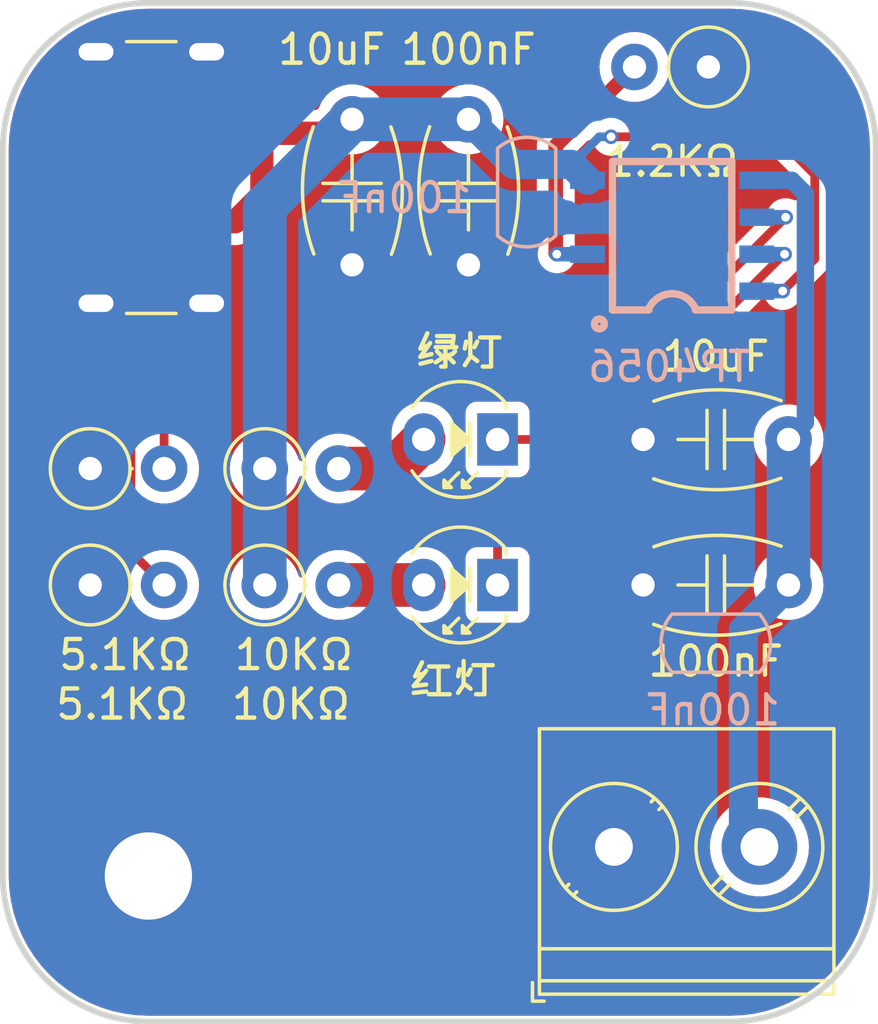
<source format=kicad_pcb>
(kicad_pcb (version 20240108) (generator "pcbnew") (generator_version "8.0")
  (layers (0 "F.Cu" signal) (31 "B.Cu" signal) (34 "B.Paste" user) (35 "F.Paste" user) (36 "B.SilkS" user "B.Silkscreen") (37 "F.SilkS" user "F.Silkscreen") (38 "B.Mask" user) (39 "F.Mask" user) (44 "Edge.Cuts" user))
  (net 0 "")
  (net 1 "GND")
  (net 2 "BAT")
  (net 3 "VCC")
  (net 4 "Net-(LED1-K)")
  (net 5 "Net-(LED1-A)")
  (net 6 "Net-(LED2-A)")
  (net 7 "Net-(LED2-K)")
  (net 8 "Net-(U1-PROG)")
  (net 9 "Net-(USB1-CC2)")
  (net 10 "Net-(USB1-CC1)")
  (footprint "PCM_LED_THT_AKL:LED_D3.0mm" (layer "F.Cu") (at 117 120 180)
    (property "Reference" "LED1" (hide yes))
    (property "Value" "红灯" (at 1.5 -3.3 0) (layer "F.SilkS"))
    (fp_line (start 1.3335 -1.143) (end 1.8415 -1.651) (stroke (width 0.12)) (layer "F.SilkS"))
    (fp_line (start 0.9525 -0.5715) (end 0.9525 0.5715) (stroke (width 0.12)) (layer "F.SilkS"))
    (fp_line (start 0.6985 -1.143) (end 1.2065 -1.651) (stroke (width 0.12)) (layer "F.SilkS"))
    (fp_line (start -0.29 1.05) (end -0.29 1.236) (stroke (width 0.12)) (layer "F.SilkS"))
    (fp_line (start -0.29 -1.236) (end -0.29 -1.05) (stroke (width 0.12)) (layer "F.SilkS"))
    (fp_arc (start 2.942335 1.078608) (mid 1.366487 1.987659) (end -0.29 1.235516) (stroke (width 0.12)) (layer "F.SilkS"))
    (fp_arc (start -0.29 -1.235516) (mid 1.366487 -1.987659) (end 2.942335 -1.078608) (stroke (width 0.12)) (layer "F.SilkS"))
    (fp_poly (pts (xy 1.8415 -1.397) (xy 1.5875 -1.651) (xy 1.8415 -1.651)) (stroke (width 0.12)) (fill solid) (layer "F.SilkS"))
    (fp_poly (pts (xy 1.5875 0.5715) (xy 0.9525 0) (xy 1.5875 -0.5715)) (stroke (width 0.12)) (fill solid) (layer "F.SilkS"))
    (fp_poly (pts (xy 1.2065 -1.397) (xy 0.9525 -1.651) (xy 1.2065 -1.651)) (stroke (width 0.12)) (fill solid) (layer "F.SilkS"))
    (pad "1" thru_hole rect (at 0 0 180) (size 1.4 1.8) (drill 0.8) (layers "*.Cu" "*.Mask") (net 4 "Net-(LED1-K)"))
    (pad "2" thru_hole oval (at 2.54 0 180) (size 1.4 1.8) (drill 0.8) (layers "*.Cu" "*.Mask") (net 5 "Net-(LED1-A)"))
  )
  (footprint "PCM_Resistor_THT_AKL:R_Axial_DIN0207_L6.3mm_D2.5mm_P2.54mm_Vertical" (layer "F.Cu") (at 124.245 102.2 180)
    (property "Reference" "R1" (hide yes))
    (property "Value" "1.2KΩ" (at 1.245 -3.25 0) (layer "F.SilkS"))
    (fp_line (start 1.37 0) (end 1.44 0) (stroke (width 0.12)) (layer "F.SilkS"))
    (fp_circle (center 0 0) (end 1.37 0) (stroke (width 0.12)) (fill none) (layer "F.SilkS"))
    (pad "1" thru_hole circle (at 0 0 180) (size 1.6 1.6) (drill 0.8) (layers "*.Cu" "*.Mask") (net 1 "GND"))
    (pad "2" thru_hole oval (at 2.54 0 180) (size 1.6 1.6) (drill 0.8) (layers "*.Cu" "*.Mask") (net 8 "Net-(U1-PROG)"))
  )
  (footprint "PCM_Capacitor_THT_US_AKL:C_Disc_D5.1mm_W3.2mm_P5.00mm" (layer "F.Cu") (at 127 115 180)
    (property "Reference" "C1" (hide yes))
    (property "Value" "10uF" (at 2.5 2.85 0) (layer "F.SilkS"))
    (fp_line (start 2.8 0) (end 3.8 0) (stroke (width 0.12)) (layer "F.SilkS"))
    (fp_line (start 2.8 -1) (end 2.8 1) (stroke (width 0.12)) (layer "F.SilkS"))
    (fp_line (start 2.2 0) (end 2.2 1) (stroke (width 0.12)) (layer "F.SilkS"))
    (fp_line (start 2.2 0) (end 2.2 -1) (stroke (width 0.12)) (layer "F.SilkS"))
    (fp_line (start 1.2 0) (end 2.2 0) (stroke (width 0.12)) (layer "F.SilkS"))
    (fp_arc (start 4.628144 1.313323) (mid 2.44283 1.704462) (end 0.254 1.3335) (stroke (width 0.12)) (layer "F.SilkS"))
    (fp_arc (start 0.261356 -1.3335) (mid 2.44667 -1.724639) (end 4.6355 -1.353676) (stroke (width 0.12)) (layer "F.SilkS"))
    (pad "1" thru_hole circle (at 0 0 180) (size 1.6 1.6) (drill 0.8) (layers "*.Cu" "*.Mask") (net 2 "BAT"))
    (pad "2" thru_hole circle (at 5 0 180) (size 1.6 1.6) (drill 0.8) (layers "*.Cu" "*.Mask") (net 1 "GND"))
  )
  (footprint "PCM_Resistor_THT_AKL:R_Axial_DIN0207_L6.3mm_D2.5mm_P2.54mm_Vertical" (layer "F.Cu") (at 103 120)
    (property "Reference" "R4" (hide yes))
    (property "Value" "5.1KΩ" (at 1.1 4.1 0) (layer "F.SilkS"))
    (fp_line (start 1.37 0) (end 1.44 0) (stroke (width 0.12)) (layer "F.SilkS"))
    (fp_circle (center 0 0) (end 1.37 0) (stroke (width 0.12)) (fill none) (layer "F.SilkS"))
    (pad "1" thru_hole circle (at 0 0) (size 1.6 1.6) (drill 0.8) (layers "*.Cu" "*.Mask") (net 1 "GND"))
    (pad "2" thru_hole oval (at 2.54 0) (size 1.6 1.6) (drill 0.8) (layers "*.Cu" "*.Mask") (net 10 "Net-(USB1-CC1)"))
  )
  (footprint "PCM_Resistor_THT_AKL:R_Axial_DIN0207_L6.3mm_D2.5mm_P2.54mm_Vertical" (layer "F.Cu") (at 103 116)
    (property "Reference" "R3" (hide yes))
    (property "Value" "5.1KΩ" (at 1.2 6.4 0) (layer "F.SilkS"))
    (fp_line (start 1.37 0) (end 1.44 0) (stroke (width 0.12)) (layer "F.SilkS"))
    (fp_circle (center 0 0) (end 1.37 0) (stroke (width 0.12)) (fill none) (layer "F.SilkS"))
    (pad "1" thru_hole circle (at 0 0) (size 1.6 1.6) (drill 0.8) (layers "*.Cu" "*.Mask") (net 1 "GND"))
    (pad "2" thru_hole oval (at 2.54 0) (size 1.6 1.6) (drill 0.8) (layers "*.Cu" "*.Mask") (net 9 "Net-(USB1-CC2)"))
  )
  (footprint "Connector_USB:USB_C_Receptacle_GCT_USB4125-xx-x-0190_6P_TopMnt_Horizontal" (layer "F.Cu") (at 104 106 -90)
    (property "Reference" "USB1" (hide yes))
    (property "Value" "USB_C_Receptacle_PowerOnly_6P" (hide yes))
    (fp_line (start -4.67 -0.25) (end -4.67 -1.95) (stroke (width 0.12)) (layer "F.SilkS"))
    (fp_line (start 4.67 -0.25) (end 4.67 -1.95) (stroke (width 0.12)) (layer "F.SilkS"))
    (pad "A5" smd roundrect (at -0.5 -3.08 270) (size 0.7 1.2) (layers "F.Cu" "F.Paste" "F.Mask") (net 10 "Net-(USB1-CC1)"))
    (pad "A9" smd roundrect (at 1.52 -3.08 90) (size 0.76 1.2) (layers "F.Cu" "F.Paste" "F.Mask") (net 3 "VCC"))
    (pad "A12" smd roundrect (at 2.75 -3.08 90) (size 0.8 1.2) (layers "F.Cu" "F.Paste" "F.Mask") (net 1 "GND"))
    (pad "B5" smd roundrect (at 0.5 -3.08 90) (size 0.7 1.2) (layers "F.Cu" "F.Paste" "F.Mask") (net 9 "Net-(USB1-CC2)"))
    (pad "B9" smd roundrect (at -1.52 -3.08 270) (size 0.76 1.2) (layers "F.Cu" "F.Paste" "F.Mask") (net 3 "VCC"))
    (pad "B12" smd roundrect (at -2.75 -3.08 270) (size 0.8 1.2) (layers "F.Cu" "F.Paste" "F.Mask") (net 1 "GND"))
    (pad "S1" thru_hole oval (at -4.32 -3 270) (size 1.1 1.7) (drill oval 0.6 1.2) (layers "*.Cu" "*.Mask" "F.Paste") (net 1 "GND"))
    (pad "S1" thru_hole oval (at -4.32 0.8 270) (size 1.1 1.7) (drill oval 0.6 1.2) (layers "*.Cu" "*.Mask" "F.Paste") (net 1 "GND"))
    (pad "S1" thru_hole oval (at 4.32 -3 270) (size 1.1 1.7) (drill oval 0.6 1.2) (layers "*.Cu" "*.Mask" "F.Paste") (net 1 "GND"))
    (pad "S1" thru_hole oval (at 4.32 0.8 270) (size 1.1 1.7) (drill oval 0.6 1.2) (layers "*.Cu" "*.Mask" "F.Paste") (net 1 "GND"))
  )
  (footprint "MountingHole:MountingHole_3mm_Pad" (layer "F.Cu") (at 105 130)
    (property "Reference" "H1" (hide yes))
    (property "Value" "~" (hide yes))
    (pad "1" thru_hole circle (at 0 0) (size 6 6) (drill 3) (layers "*.Cu" "*.Mask") (net 1 "GND"))
  )
  (footprint "PCM_Capacitor_THT_US_AKL:C_Disc_D5.1mm_W3.2mm_P5.00mm" (layer "F.Cu") (at 116 104 -90)
    (property "Reference" "C5" (hide yes))
    (property "Value" "100nF" (at -2.4 0 180) (layer "F.SilkS"))
    (fp_line (start 1.2 0) (end 2.2 0) (stroke (width 0.12)) (layer "F.SilkS"))
    (fp_line (start 2.2 0) (end 2.2 1) (stroke (width 0.12)) (layer "F.SilkS"))
    (fp_line (start 2.2 0) (end 2.2 -1) (stroke (width 0.12)) (layer "F.SilkS"))
    (fp_line (start 2.8 0) (end 3.8 0) (stroke (width 0.12)) (layer "F.SilkS"))
    (fp_line (start 2.8 -1) (end 2.8 1) (stroke (width 0.12)) (layer "F.SilkS"))
    (fp_arc (start 4.628144 1.313323) (mid 2.44283 1.704462) (end 0.254 1.3335) (stroke (width 0.12)) (layer "F.SilkS"))
    (fp_arc (start 0.261356 -1.3335) (mid 2.44667 -1.724639) (end 4.6355 -1.353676) (stroke (width 0.12)) (layer "F.SilkS"))
    (pad "1" thru_hole circle (at 0 0 270) (size 1.6 1.6) (drill 0.8) (layers "*.Cu" "*.Mask") (net 3 "VCC"))
    (pad "2" thru_hole circle (at 5 0 270) (size 1.6 1.6) (drill 0.8) (layers "*.Cu" "*.Mask") (net 1 "GND"))
  )
  (footprint "PCM_Resistor_THT_AKL:R_Axial_DIN0207_L6.3mm_D2.5mm_P2.54mm_Vertical" (layer "F.Cu") (at 109 120)
    (property "Reference" "R2" (hide yes))
    (property "Value" "10KΩ" (at 0.9 4.1 0) (layer "F.SilkS"))
    (fp_line (start 1.37 0) (end 1.44 0) (stroke (width 0.12)) (layer "F.SilkS"))
    (fp_circle (center 0 0) (end 1.37 0) (stroke (width 0.12)) (fill none) (layer "F.SilkS"))
    (pad "1" thru_hole circle (at 0 0) (size 1.6 1.6) (drill 0.8) (layers "*.Cu" "*.Mask") (net 3 "VCC"))
    (pad "2" thru_hole oval (at 2.54 0) (size 1.6 1.6) (drill 0.8) (layers "*.Cu" "*.Mask") (net 5 "Net-(LED1-A)"))
  )
  (footprint "TerminalBlock_Phoenix:TerminalBlock_Phoenix_PT-1,5-2-5.0-H_1x02_P5.00mm_Horizontal" (layer "F.Cu") (at 121 129)
    (property "Reference" "P1" (hide yes))
    (property "Value" "Screw_Terminal_2_P5.00mm" (hide yes))
    (fp_line (start -2.8 4.66) (end -2.8 5.3) (stroke (width 0.12)) (layer "F.SilkS"))
    (fp_line (start -2.8 5.3) (end -2.4 5.3) (stroke (width 0.12)) (layer "F.SilkS"))
    (fp_line (start -2.56 -4.06) (end -2.56 5.06) (stroke (width 0.12)) (layer "F.SilkS"))
    (fp_line (start -2.56 -4.06) (end 7.56 -4.06) (stroke (width 0.12)) (layer "F.SilkS"))
    (fp_line (start -2.56 3.5) (end 7.56 3.5) (stroke (width 0.12)) (layer "F.SilkS"))
    (fp_line (start -2.56 4.6) (end 7.56 4.6) (stroke (width 0.12)) (layer "F.SilkS"))
    (fp_line (start -2.56 5.06) (end 7.56 5.06) (stroke (width 0.12)) (layer "F.SilkS"))
    (fp_line (start -1.548 1.281) (end -1.654 1.388) (stroke (width 0.12)) (layer "F.SilkS"))
    (fp_line (start -1.282 1.547) (end -1.388 1.654) (stroke (width 0.12)) (layer "F.SilkS"))
    (fp_line (start 1.388 -1.654) (end 1.281 -1.547) (stroke (width 0.12)) (layer "F.SilkS"))
    (fp_line (start 1.654 -1.388) (end 1.547 -1.281) (stroke (width 0.12)) (layer "F.SilkS"))
    (fp_line (start 3.742 0.992) (end 3.347 1.388) (stroke (width 0.12)) (layer "F.SilkS"))
    (fp_line (start 3.993 1.274) (end 3.613 1.654) (stroke (width 0.12)) (layer "F.SilkS"))
    (fp_line (start 6.388 -1.654) (end 6.008 -1.274) (stroke (width 0.12)) (layer "F.SilkS"))
    (fp_line (start 6.654 -1.388) (end 6.259 -0.992) (stroke (width 0.12)) (layer "F.SilkS"))
    (fp_line (start 7.56 -4.06) (end 7.56 5.06) (stroke (width 0.12)) (layer "F.SilkS"))
    (fp_circle (center 0 0) (end 2.18 0) (stroke (width 0.12)) (fill none) (layer "F.SilkS"))
    (fp_circle (center 5 0) (end 7.18 0) (stroke (width 0.12)) (fill none) (layer "F.SilkS"))
    (pad "1" thru_hole rect (at 0 0) (size 2.6 2.6) (drill 1.3) (layers "*.Cu" "*.Mask") (net 1 "GND"))
    (pad "2" thru_hole circle (at 5 0) (size 2.6 2.6) (drill 1.3) (layers "*.Cu" "*.Mask") (net 2 "BAT"))
  )
  (footprint "PCM_Capacitor_THT_US_AKL:C_Disc_D5.1mm_W3.2mm_P5.00mm" (layer "F.Cu") (at 127 120 180)
    (property "Reference" "C2" (hide yes))
    (property "Value" "100nF" (at 2.5 -2.625 0) (layer "F.SilkS"))
    (fp_line (start 2.8 0) (end 3.8 0) (stroke (width 0.12)) (layer "F.SilkS"))
    (fp_line (start 2.8 -1) (end 2.8 1) (stroke (width 0.12)) (layer "F.SilkS"))
    (fp_line (start 2.2 0) (end 2.2 1) (stroke (width 0.12)) (layer "F.SilkS"))
    (fp_line (start 2.2 0) (end 2.2 -1) (stroke (width 0.12)) (layer "F.SilkS"))
    (fp_line (start 1.2 0) (end 2.2 0) (stroke (width 0.12)) (layer "F.SilkS"))
    (fp_arc (start 4.628144 1.313323) (mid 2.44283 1.704462) (end 0.254 1.3335) (stroke (width 0.12)) (layer "F.SilkS"))
    (fp_arc (start 0.261356 -1.3335) (mid 2.44667 -1.724639) (end 4.6355 -1.353676) (stroke (width 0.12)) (layer "F.SilkS"))
    (pad "1" thru_hole circle (at 0 0 180) (size 1.6 1.6) (drill 0.8) (layers "*.Cu" "*.Mask") (net 2 "BAT"))
    (pad "2" thru_hole circle (at 5 0 180) (size 1.6 1.6) (drill 0.8) (layers "*.Cu" "*.Mask") (net 1 "GND"))
  )
  (footprint "PCM_Capacitor_THT_US_AKL:C_Disc_D5.1mm_W3.2mm_P5.00mm" (layer "F.Cu") (at 112 104 -90)
    (property "Reference" "C4" (hide yes))
    (property "Value" "10uF" (at -2.4 0.7 180) (layer "F.SilkS"))
    (fp_line (start 1.2 0) (end 2.2 0) (stroke (width 0.12)) (layer "F.SilkS"))
    (fp_line (start 2.2 0) (end 2.2 1) (stroke (width 0.12)) (layer "F.SilkS"))
    (fp_line (start 2.2 0) (end 2.2 -1) (stroke (width 0.12)) (layer "F.SilkS"))
    (fp_line (start 2.8 0) (end 3.8 0) (stroke (width 0.12)) (layer "F.SilkS"))
    (fp_line (start 2.8 -1) (end 2.8 1) (stroke (width 0.12)) (layer "F.SilkS"))
    (fp_arc (start 4.628144 1.313323) (mid 2.44283 1.704462) (end 0.254 1.3335) (stroke (width 0.12)) (layer "F.SilkS"))
    (fp_arc (start 0.261356 -1.3335) (mid 2.44667 -1.724639) (end 4.6355 -1.353676) (stroke (width 0.12)) (layer "F.SilkS"))
    (pad "1" thru_hole circle (at 0 0 270) (size 1.6 1.6) (drill 0.8) (layers "*.Cu" "*.Mask") (net 3 "VCC"))
    (pad "2" thru_hole circle (at 5 0 270) (size 1.6 1.6) (drill 0.8) (layers "*.Cu" "*.Mask") (net 1 "GND"))
  )
  (footprint "PCM_Resistor_THT_AKL:R_Axial_DIN0207_L6.3mm_D2.5mm_P2.54mm_Vertical" (layer "F.Cu") (at 109 116)
    (property "Reference" "R5" (hide yes))
    (property "Value" "10KΩ" (at 1 6.4 0) (layer "F.SilkS"))
    (fp_line (start 1.37 0) (end 1.44 0) (stroke (width 0.12)) (layer "F.SilkS"))
    (fp_circle (center 0 0) (end 1.37 0) (stroke (width 0.12)) (fill none) (layer "F.SilkS"))
    (pad "1" thru_hole circle (at 0 0) (size 1.6 1.6) (drill 0.8) (layers "*.Cu" "*.Mask") (net 3 "VCC"))
    (pad "2" thru_hole oval (at 2.54 0) (size 1.6 1.6) (drill 0.8) (layers "*.Cu" "*.Mask") (net 6 "Net-(LED2-A)"))
  )
  (footprint "PCM_LED_THT_AKL:LED_D3.0mm" (layer "F.Cu") (at 117 115 180)
    (property "Reference" "LED2" (hide yes))
    (property "Value" "绿灯" (at 1.27 2.96 0) (layer "F.SilkS"))
    (fp_line (start 1.3335 -1.143) (end 1.8415 -1.651) (stroke (width 0.12)) (layer "F.SilkS"))
    (fp_line (start 0.9525 -0.5715) (end 0.9525 0.5715) (stroke (width 0.12)) (layer "F.SilkS"))
    (fp_line (start 0.6985 -1.143) (end 1.2065 -1.651) (stroke (width 0.12)) (layer "F.SilkS"))
    (fp_line (start -0.29 1.05) (end -0.29 1.236) (stroke (width 0.12)) (layer "F.SilkS"))
    (fp_line (start -0.29 -1.236) (end -0.29 -1.05) (stroke (width 0.12)) (layer "F.SilkS"))
    (fp_arc (start 2.942335 1.078608) (mid 1.366487 1.987659) (end -0.29 1.235516) (stroke (width 0.12)) (layer "F.SilkS"))
    (fp_arc (start -0.29 -1.235516) (mid 1.366487 -1.987659) (end 2.942335 -1.078608) (stroke (width 0.12)) (layer "F.SilkS"))
    (fp_poly (pts (xy 1.8415 -1.397) (xy 1.5875 -1.651) (xy 1.8415 -1.651)) (stroke (width 0.12)) (fill solid) (layer "F.SilkS"))
    (fp_poly (pts (xy 1.5875 0.5715) (xy 0.9525 0) (xy 1.5875 -0.5715)) (stroke (width 0.12)) (fill solid) (layer "F.SilkS"))
    (fp_poly (pts (xy 1.2065 -1.397) (xy 0.9525 -1.651) (xy 1.2065 -1.651)) (stroke (width 0.12)) (fill solid) (layer "F.SilkS"))
    (pad "1" thru_hole rect (at 0 0 180) (size 1.4 1.8) (drill 0.8) (layers "*.Cu" "*.Mask") (net 7 "Net-(LED2-K)"))
    (pad "2" thru_hole oval (at 2.54 0 180) (size 1.4 1.8) (drill 0.8) (layers "*.Cu" "*.Mask") (net 6 "Net-(LED2-A)"))
  )
  (footprint "PCM_Capacitor_SMD_AKL:C_0805_2012Metric" (layer "B.Cu") (at 118 106.5 -90)
    (property "Reference" "C6" (hide yes))
    (property "Value" "100nF" (at 0.2 4.2 0) (layer "B.SilkS") (effects (justify mirror)))
    (fp_line (start -1.5 1) (end 1.5 1) (stroke (width 0.12)) (layer "B.SilkS"))
    (fp_line (start 1.5 -1) (end -1.5 -1) (stroke (width 0.12)) (layer "B.SilkS"))
    (fp_arc (start -1.5 1) (mid -1.880894 0) (end -1.5 -1) (stroke (width 0.12)) (layer "B.SilkS"))
    (fp_arc (start 1.5 -1) (mid 1.880894 0) (end 1.5 1) (stroke (width 0.12)) (layer "B.SilkS"))
    (pad "1" smd roundrect (at -0.95 0 270) (size 1 1.45) (layers "B.Cu" "B.Paste" "B.Mask") (net 3 "VCC"))
    (pad "2" smd roundrect (at 0.95 0 270) (size 1 1.45) (layers "B.Cu" "B.Paste" "B.Mask") (net 1 "GND"))
  )
  (footprint "PCM_Capacitor_SMD_AKL:C_0805_2012Metric" (layer "B.Cu") (at 124.5 122 180)
    (property "Reference" "C3" (hide yes))
    (property "Value" "100nF" (at 0.1 -2.3 0) (layer "B.SilkS") (effects (justify mirror)))
    (fp_line (start 1.5 -1) (end -1.5 -1) (stroke (width 0.12)) (layer "B.SilkS"))
    (fp_line (start -1.5 1) (end 1.5 1) (stroke (width 0.12)) (layer "B.SilkS"))
    (fp_arc (start 1.5 -1) (mid 1.880894 0) (end 1.5 1) (stroke (width 0.12)) (layer "B.SilkS"))
    (fp_arc (start -1.5 1) (mid -1.880894 0) (end -1.5 -1) (stroke (width 0.12)) (layer "B.SilkS"))
    (pad "1" smd roundrect (at -0.95 0 180) (size 1 1.45) (layers "B.Cu" "B.Paste" "B.Mask") (net 2 "BAT"))
    (pad "2" smd roundrect (at 0.95 0 180) (size 1 1.45) (layers "B.Cu" "B.Paste" "B.Mask") (net 1 "GND"))
  )
  (footprint "jlclib:ESOP-8_L4.9-W3.9-P1.27-LS6.0-BL-EP" (layer "B.Cu") (at 123 108 90)
    (property "Reference" "U1" (hide yes))
    (property "Value" "TP4056" (at -4.5 -0.1 180) (layer "B.SilkS") (effects (justify mirror)))
    (fp_line (start 2.55 -2.05) (end 2.55 2.05) (stroke (width 0.254)) (layer "B.SilkS"))
    (fp_line (start -2.55 -2.05) (end 2.55 -2.05) (stroke (width 0.254)) (layer "B.SilkS"))
    (fp_line (start -2.55 -2.05) (end -2.55 -0.8) (stroke (width 0.254)) (layer "B.SilkS"))
    (fp_line (start 2.55 2.05) (end -2.55 2.05) (stroke (width 0.254)) (layer "B.SilkS"))
    (fp_line (start -2.55 2.05) (end -2.55 0.8) (stroke (width 0.254)) (layer "B.SilkS"))
    (fp_arc (start -2.5 -0.8) (mid -1.99147 0) (end -2.5 0.8) (stroke (width 0.254)) (layer "B.SilkS"))
    (fp_circle (center -3.03 -2.5) (end -2.86 -2.5) (stroke (width 0.254)) (fill none) (layer "B.SilkS"))
    (pad "1" smd rect (at -1.905 -2.9085 90) (size 0.6 1.2) (layers "B.Cu" "B.Paste" "B.Mask") (net 1 "GND"))
    (pad "2" smd rect (at -0.635 -2.9085 90) (size 0.6 1.2) (layers "B.Cu" "B.Paste" "B.Mask") (net 8 "Net-(U1-PROG)"))
    (pad "3" smd rect (at 0.635 -2.9085 90) (size 0.6 1.2) (layers "B.Cu" "B.Paste" "B.Mask") (net 1 "GND"))
    (pad "4" smd rect (at 1.905 -2.9085 90) (size 0.6 1.2) (layers "B.Cu" "B.Paste" "B.Mask") (net 3 "VCC"))
    (pad "5" smd rect (at 1.905 2.9085 90) (size 0.6 1.2) (layers "B.Cu" "B.Paste" "B.Mask") (net 2 "BAT"))
    (pad "6" smd rect (at 0.635 2.9085 90) (size 0.6 1.2) (layers "B.Cu" "B.Paste" "B.Mask") (net 7 "Net-(LED2-K)"))
    (pad "7" smd rect (at -0.635 2.9085 90) (size 0.6 1.2) (layers "B.Cu" "B.Paste" "B.Mask") (net 4 "Net-(LED1-K)"))
    (pad "8" smd rect (at -1.905 2.9085 90) (size 0.6 1.2) (layers "B.Cu" "B.Paste" "B.Mask") (net 3 "VCC"))
    (pad "9" smd rect (at 0 0 270) (size 3.3 2.4) (layers "B.Cu" "B.Paste" "B.Mask") (net 1 "GND"))
  )
  (gr_line (start 105 100) (end 125 100) (stroke (width 0.2)) (layer "Edge.Cuts"))
  (gr_arc (start 130 130) (mid 128.535534 133.535534) (end 125 135) (stroke (width 0.2)) (layer "Edge.Cuts"))
  (gr_arc (start 100 105) (mid 101.464466 101.464466) (end 105 100) (stroke (width 0.2)) (layer "Edge.Cuts"))
  (gr_arc (start 125 100) (mid 128.535534 101.464466) (end 130 105) (stroke (width 0.2)) (layer "Edge.Cuts"))
  (gr_line (start 130 105) (end 130 130) (stroke (width 0.2)) (layer "Edge.Cuts"))
  (gr_line (start 100 130) (end 100 105) (stroke (width 0.2)) (layer "Edge.Cuts"))
  (gr_line (start 125 135) (end 105 135) (stroke (width 0.2)) (layer "Edge.Cuts"))
  (gr_arc (start 105 135) (mid 101.464466 133.535534) (end 100 130) (stroke (width 0.2)) (layer "Edge.Cuts"))
  (segment (start 107.08 108.75) (end 111.75 108.75) (width 0.8) (layer "F.Cu") (net 1))
  (segment (start 111.75 108.75) (end 112 109) (width 0.8) (layer "F.Cu") (net 1))
  (segment (start 107.08 108.75) (end 107.08 110.24) (width 0.8) (layer "F.Cu") (net 1))
  (segment (start 107.08 103.25) (end 107.08 101.76) (width 0.8) (layer "F.Cu") (net 1))
  (segment (start 107.08 110.24) (end 107 110.32) (width 0.8) (layer "F.Cu") (net 1))
  (segment (start 107.08 101.76) (end 107 101.68) (width 0.8) (layer "F.Cu") (net 1))
  (segment (start 120.0915 109.905) (end 121.095 109.905) (width 1) (layer "B.Cu") (net 1))
  (segment (start 120.0915 107.365) (end 122.365 107.365) (width 1) (layer "B.Cu") (net 1))
  (segment (start 123.55 122) (end 123.55 126.45) (width 1) (layer "B.Cu") (net 1))
  (segment (start 123 114) (end 122 115) (width 2) (layer "B.Cu") (net 1))
  (segment (start 122.365 107.365) (end 123 108) (width 1) (layer "B.Cu") (net 1))
  (segment (start 123 103.445) (end 124.245 102.2) (width 1) (layer "B.Cu") (net 1))
  (segment (start 120.0065 107.45) (end 120.0915 107.365) (width 1) (layer "B.Cu") (net 1))
  (segment (start 103 110.52) (end 103.2 110.32) (width 1.5) (layer "B.Cu") (net 1))
  (segment (start 103 120) (end 103 128) (width 1.5) (layer "B.Cu") (net 1))
  (segment (start 117.55 107.45) (end 116 109) (width 1) (layer "B.Cu") (net 1))
  (segment (start 103 128) (end 105 130) (width 1.5) (layer "B.Cu") (net 1))
  (segment (start 123 108) (end 123 103.445) (width 1) (layer "B.Cu") (net 1))
  (segment (start 123.55 126.45) (end 121 129) (width 1) (layer "B.Cu") (net 1))
  (segment (start 123.55 122) (end 123.55 121.55) (width 1) (layer "B.Cu") (net 1))
  (segment (start 118 107.45) (end 120.0065 107.45) (width 1) (layer "B.Cu") (net 1))
  (segment (start 118 107.45) (end 117.55 107.45) (width 1) (layer "B.Cu") (net 1))
  (segment (start 103 116) (end 103 110.52) (width 1.5) (layer "B.Cu") (net 1))
  (segment (start 121.095 109.905) (end 123 108) (width 1) (layer "B.Cu") (net 1))
  (segment (start 123 108) (end 123 114) (width 2) (layer "B.Cu") (net 1))
  (segment (start 122 120) (end 122 115) (width 1.5) (layer "B.Cu") (net 1))
  (segment (start 112 109) (end 116 109) (width 1.5) (layer "B.Cu") (net 1))
  (segment (start 123.55 121.55) (end 122 120) (width 1) (layer "B.Cu") (net 1))
  (segment (start 103 120) (end 103 116) (width 1.5) (layer "B.Cu") (net 1))
  (segment (start 127.1085 106.095) (end 127.58 106.5665) (width 0.6) (layer "B.Cu") (net 2))
  (segment (start 125.45 121.55) (end 127 120) (width 1) (layer "B.Cu") (net 2))
  (segment (start 127.58 114.42) (end 127 115) (width 0.6) (layer "B.Cu") (net 2))
  (segment (start 125.45 128.45) (end 126 129) (width 1) (layer "B.Cu") (net 2))
  (segment (start 125.45 122) (end 125.45 121.55) (width 1) (layer "B.Cu") (net 2))
  (segment (start 125.45 122) (end 125.45 128.45) (width 1) (layer "B.Cu") (net 2))
  (segment (start 127.58 106.5665) (end 127.58 114.42) (width 0.6) (layer "B.Cu") (net 2))
  (segment (start 125.9085 106.095) (end 127.1085 106.095) (width 0.6) (layer "B.Cu") (net 2))
  (segment (start 127 115) (end 127 120) (width 1.5) (layer "B.Cu") (net 2))
  (segment (start 108.9 104.48) (end 111.52 104.48) (width 0.8) (layer "F.Cu") (net 3))
  (segment (start 127.9 108.8) (end 127.9 105.9) (width 0.3) (layer "F.Cu") (net 3))
  (segment (start 108.9 106.6) (end 108.9 104.48) (width 0.8) (layer "F.Cu") (net 3))
  (segment (start 126.6 104.6) (end 120.9 104.6) (width 0.3) (layer "F.Cu") (net 3))
  (segment (start 126.8 109.9) (end 127.9 108.8) (width 0.3) (layer "F.Cu") (net 3))
  (segment (start 107.08 107.52) (end 107.98 107.52) (width 0.8) (layer "F.Cu") (net 3))
  (segment (start 107.08 104.48) (end 108.9 104.48) (width 0.8) (layer "F.Cu") (net 3))
  (segment (start 107.98 107.52) (end 108.9 106.6) (width 0.8) (layer "F.Cu") (net 3))
  (segment (start 111.52 104.48) (end 112 104) (width 0.8) (layer "F.Cu") (net 3))
  (segment (start 127.9 105.9) (end 126.6 104.6) (width 0.3) (layer "F.Cu") (net 3))
  (via (at 120.9 104.6) (size 0.5) (drill 0.3) (layers "F.Cu" "B.Cu") (net 3))
  (via (at 126.8 109.9) (size 0.5) (drill 0.3) (layers "F.Cu" "B.Cu") (net 3))
  (segment (start 117.55 105.55) (end 116 104) (width 1) (layer "B.Cu") (net 3))
  (segment (start 109 107) (end 109 116) (width 1.5) (layer "B.Cu") (net 3))
  (segment (start 119.5465 105.55) (end 120.0915 106.095) (width 1) (layer "B.Cu") (net 3))
  (segment (start 112 104) (end 109 107) (width 1.5) (layer "B.Cu") (net 3))
  (segment (start 118 105.55) (end 117.55 105.55) (width 1) (layer "B.Cu") (net 3))
  (segment (start 118 105.55) (end 119.5465 105.55) (width 1) (layer "B.Cu") (net 3))
  (segment (start 109 120) (end 109 116) (width 1.5) (layer "B.Cu") (net 3))
  (segment (start 120.9 104.6) (end 120.4965 104.6) (width 0.3) (layer "B.Cu") (net 3))
  (segment (start 125.9085 109.905) (end 126.8 109.9) (width 0.5) (layer "B.Cu") (net 3))
  (segment (start 120.4965 104.6) (end 119.5465 105.55) (width 0.3) (layer "B.Cu") (net 3))
  (segment (start 126.8 109.9) (end 126.795 109.905) (width 0.5) (layer "B.Cu") (net 3))
  (segment (start 112 104) (end 116 104) (width 1.5) (layer "B.Cu") (net 3))
  (segment (start 117 118.472649) (end 126.837649 108.635) (width 0.3) (layer "F.Cu") (net 4))
  (segment (start 117 120) (end 117 118.472649) (width 0.3) (layer "F.Cu") (net 4))
  (segment (start 126.837649 108.635) (end 126.865 108.635) (width 0.3) (layer "F.Cu") (net 4))
  (via (at 126.865 108.635) (size 0.5) (drill 0.3) (layers "F.Cu" "B.Cu") (net 4))
  (segment (start 125.9085 108.635) (end 126.865 108.635) (width 0.5) (layer "B.Cu") (net 4))
  (segment (start 111.54 120) (end 114.46 120) (width 1.5) (layer "F.Cu") (net 5))
  (segment (start 113.46 116) (end 114.46 115) (width 1.5) (layer "F.Cu") (net 6))
  (segment (start 111.54 116) (end 113.46 116) (width 1.5) (layer "F.Cu") (net 6))
  (segment (start 117 115) (end 119.265 115) (width 0.3) (layer "F.Cu") (net 7))
  (segment (start 119.265 115) (end 126.9 107.365) (width 0.3) (layer "F.Cu") (net 7))
  (via (at 126.9 107.365) (size 0.5) (drill 0.3) (layers "F.Cu" "B.Cu") (net 7))
  (segment (start 125.9085 107.365) (end 126.9 107.365) (width 0.5) (layer "B.Cu") (net 7))
  (segment (start 119.035 108.635) (end 119 108.6) (width 0.5) (layer "F.Cu") (net 8))
  (segment (start 119 104.905) (end 121.705 102.2) (width 0.5) (layer "F.Cu") (net 8))
  (segment (start 119 108.6) (end 119 104.905) (width 0.5) (layer "F.Cu") (net 8))
  (via (at 119.035 108.635) (size 0.5) (drill 0.3) (layers "F.Cu" "B.Cu") (net 8))
  (segment (start 120.0915 108.635) (end 119.035 108.635) (width 0.5) (layer "B.Cu") (net 8))
  (segment (start 105.54 107.26) (end 106.3 106.5) (width 0.3) (layer "F.Cu") (net 9))
  (segment (start 106.3 106.5) (end 107.08 106.5) (width 0.3) (layer "F.Cu") (net 9))
  (segment (start 105.54 116) (end 105.54 107.26) (width 0.3) (layer "F.Cu") (net 9))
  (segment (start 104.4 118.86) (end 104.4 111.7) (width 0.3) (layer "F.Cu") (net 10))
  (segment (start 106.1 105.5) (end 107.08 105.5) (width 0.3) (layer "F.Cu") (net 10))
  (segment (start 105.54 120) (end 104.4 118.86) (width 0.3) (layer "F.Cu") (net 10))
  (segment (start 104.8 106.8) (end 106.1 105.5) (width 0.3) (layer "F.Cu") (net 10))
  (segment (start 104.4 111.7) (end 104.8 111.3) (width 0.3) (layer "F.Cu") (net 10))
  (segment (start 104.8 111.3) (end 104.8 106.8) (width 0.3) (layer "F.Cu") (net 10))
  (zone (net 1) (net_name "GND") (layers "F&B.Cu") (name "F_B_GND") (priority 2) (connect_pads yes (clearance 0.4)) (min_thickness 0.25) (fill yes (thermal_gap 0.25) (thermal_bridge_width 0.5) (smoothing fillet) (radius 5))
    (polygon (pts (xy 100 100) (xy 100 135) (xy 130 135) (xy 130 100)))
  )
)
</source>
